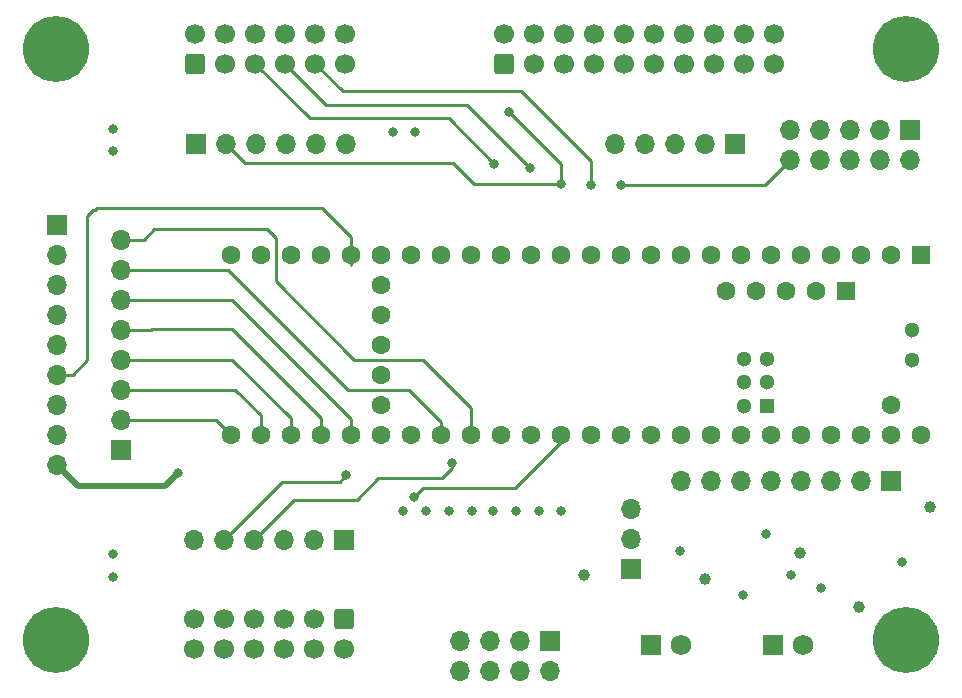
<source format=gbr>
%TF.GenerationSoftware,KiCad,Pcbnew,8.0.6-1.fc40*%
%TF.CreationDate,2024-12-19T20:54:17-05:00*%
%TF.ProjectId,Controller_T41,436f6e74-726f-46c6-9c65-725f5434312e,rev?*%
%TF.SameCoordinates,Original*%
%TF.FileFunction,Copper,L4,Bot*%
%TF.FilePolarity,Positive*%
%FSLAX46Y46*%
G04 Gerber Fmt 4.6, Leading zero omitted, Abs format (unit mm)*
G04 Created by KiCad (PCBNEW 8.0.6-1.fc40) date 2024-12-19 20:54:17*
%MOMM*%
%LPD*%
G01*
G04 APERTURE LIST*
G04 Aperture macros list*
%AMRoundRect*
0 Rectangle with rounded corners*
0 $1 Rounding radius*
0 $2 $3 $4 $5 $6 $7 $8 $9 X,Y pos of 4 corners*
0 Add a 4 corners polygon primitive as box body*
4,1,4,$2,$3,$4,$5,$6,$7,$8,$9,$2,$3,0*
0 Add four circle primitives for the rounded corners*
1,1,$1+$1,$2,$3*
1,1,$1+$1,$4,$5*
1,1,$1+$1,$6,$7*
1,1,$1+$1,$8,$9*
0 Add four rect primitives between the rounded corners*
20,1,$1+$1,$2,$3,$4,$5,0*
20,1,$1+$1,$4,$5,$6,$7,0*
20,1,$1+$1,$6,$7,$8,$9,0*
20,1,$1+$1,$8,$9,$2,$3,0*%
G04 Aperture macros list end*
%TA.AperFunction,ComponentPad*%
%ADD10RoundRect,0.250000X0.600000X-0.600000X0.600000X0.600000X-0.600000X0.600000X-0.600000X-0.600000X0*%
%TD*%
%TA.AperFunction,ComponentPad*%
%ADD11C,1.700000*%
%TD*%
%TA.AperFunction,ComponentPad*%
%ADD12R,1.755000X1.755000*%
%TD*%
%TA.AperFunction,ComponentPad*%
%ADD13C,1.755000*%
%TD*%
%TA.AperFunction,ComponentPad*%
%ADD14RoundRect,0.250000X-0.600000X0.600000X-0.600000X-0.600000X0.600000X-0.600000X0.600000X0.600000X0*%
%TD*%
%TA.AperFunction,ComponentPad*%
%ADD15R,1.700000X1.700000*%
%TD*%
%TA.AperFunction,ComponentPad*%
%ADD16O,1.700000X1.700000*%
%TD*%
%TA.AperFunction,ComponentPad*%
%ADD17C,3.600000*%
%TD*%
%TA.AperFunction,ConnectorPad*%
%ADD18C,5.600000*%
%TD*%
%TA.AperFunction,ComponentPad*%
%ADD19R,1.600000X1.600000*%
%TD*%
%TA.AperFunction,ComponentPad*%
%ADD20C,1.600000*%
%TD*%
%TA.AperFunction,ComponentPad*%
%ADD21R,1.300000X1.300000*%
%TD*%
%TA.AperFunction,ComponentPad*%
%ADD22C,1.300000*%
%TD*%
%TA.AperFunction,ViaPad*%
%ADD23C,1.000000*%
%TD*%
%TA.AperFunction,ViaPad*%
%ADD24C,0.800000*%
%TD*%
%TA.AperFunction,Conductor*%
%ADD25C,0.250000*%
%TD*%
%TA.AperFunction,Conductor*%
%ADD26C,0.500000*%
%TD*%
G04 APERTURE END LIST*
D10*
%TO.P,J4,1,Pin_1*%
%TO.N,+3.3V_SPI*%
X143890000Y-76250000D03*
D11*
%TO.P,J4,2,Pin_2*%
%TO.N,Earth*%
X143890000Y-73710000D03*
%TO.P,J4,3,Pin_3*%
%TO.N,SPI:SDI*%
X146430000Y-76250000D03*
%TO.P,J4,4,Pin_4*%
%TO.N,Earth*%
X146430000Y-73710000D03*
%TO.P,J4,5,Pin_5*%
%TO.N,SPI:CLK*%
X148970000Y-76250000D03*
%TO.P,J4,6,Pin_6*%
%TO.N,Earth*%
X148970000Y-73710000D03*
%TO.P,J4,7,Pin_7*%
%TO.N,SPI:SDO*%
X151510000Y-76250000D03*
%TO.P,J4,8,Pin_8*%
%TO.N,Earth*%
X151510000Y-73710000D03*
%TO.P,J4,9,Pin_9*%
%TO.N,SPI:CS_CNVST*%
X154050000Y-76250000D03*
%TO.P,J4,10,Pin_10*%
%TO.N,Earth*%
X154050000Y-73710000D03*
%TO.P,J4,11,Pin_11*%
%TO.N,+3.3V_SPI*%
X156590000Y-76250000D03*
%TO.P,J4,12,Pin_12*%
%TO.N,Earth*%
X156590000Y-73710000D03*
%TO.P,J4,13,Pin_13*%
%TO.N,CCD:SPR*%
X159130000Y-76250000D03*
%TO.P,J4,14,Pin_14*%
%TO.N,Earth*%
X159130000Y-73710000D03*
%TO.P,J4,15,Pin_15*%
%TO.N,CCD:SH*%
X161670000Y-76250000D03*
%TO.P,J4,16,Pin_16*%
%TO.N,Earth*%
X161670000Y-73710000D03*
%TO.P,J4,17,Pin_17*%
%TO.N,CCD:ICG*%
X164210000Y-76250000D03*
%TO.P,J4,18,Pin_18*%
%TO.N,Earth*%
X164210000Y-73710000D03*
%TO.P,J4,19,Pin_19*%
%TO.N,CCD:CLK*%
X166750000Y-76250000D03*
%TO.P,J4,20,Pin_20*%
%TO.N,Earth*%
X166750000Y-73710000D03*
%TD*%
D12*
%TO.P,J2,1,1*%
%TO.N,+3.3V*%
X156390000Y-125440000D03*
D13*
%TO.P,J2,2,2*%
%TO.N,Earth*%
X158930000Y-125440000D03*
%TD*%
D14*
%TO.P,J8,1,Pin_1*%
%TO.N,+3.3V_SPI*%
X130400000Y-123250000D03*
D11*
%TO.P,J8,2,Pin_2*%
%TO.N,Earth*%
X130400000Y-125790000D03*
%TO.P,J8,3,Pin_3*%
%TO.N,SPI1:SDI*%
X127860000Y-123250000D03*
%TO.P,J8,4,Pin_4*%
%TO.N,Earth*%
X127860000Y-125790000D03*
%TO.P,J8,5,Pin_5*%
%TO.N,SPI1:CLK*%
X125320000Y-123250000D03*
%TO.P,J8,6,Pin_6*%
%TO.N,Earth*%
X125320000Y-125790000D03*
%TO.P,J8,7,Pin_7*%
%TO.N,SPI1:SDO*%
X122780000Y-123250000D03*
%TO.P,J8,8,Pin_8*%
%TO.N,Earth*%
X122780000Y-125790000D03*
%TO.P,J8,9,Pin_9*%
%TO.N,SPI1\u005C:CS_CNVST*%
X120240000Y-123250000D03*
%TO.P,J8,10,Pin_10*%
%TO.N,Earth*%
X120240000Y-125790000D03*
%TO.P,J8,11,Pin_11*%
%TO.N,+3.3V_SPI*%
X117700000Y-123250000D03*
%TO.P,J8,12,Pin_12*%
%TO.N,Earth*%
X117700000Y-125790000D03*
%TD*%
D15*
%TO.P,J12,1,Pin_1*%
%TO.N,Earth*%
X111480000Y-108900000D03*
D16*
%TO.P,J12,2,Pin_2*%
%TO.N,Net-(J12-Pin_2)*%
X111480000Y-106360000D03*
%TO.P,J12,3,Pin_3*%
%TO.N,Net-(J12-Pin_3)*%
X111480000Y-103820000D03*
%TO.P,J12,4,Pin_4*%
%TO.N,Net-(J12-Pin_4)*%
X111480000Y-101280000D03*
%TO.P,J12,5,Pin_5*%
%TO.N,Net-(J12-Pin_5)*%
X111480000Y-98740000D03*
%TO.P,J12,6,Pin_6*%
%TO.N,Net-(J12-Pin_6)*%
X111480000Y-96200000D03*
%TO.P,J12,7,Pin_7*%
%TO.N,Net-(J12-Pin_7)*%
X111480000Y-93660000D03*
%TO.P,J12,8,Pin_8*%
%TO.N,Net-(J12-Pin_8)*%
X111480000Y-91120000D03*
%TD*%
D17*
%TO.P,H1,1,1*%
%TO.N,Earth*%
X178000000Y-125000000D03*
D18*
X178000000Y-125000000D03*
%TD*%
D19*
%TO.P,U2,1,GND*%
%TO.N,Earth*%
X179210000Y-92380000D03*
D20*
%TO.P,U2,2,0_RX1_CRX2_CS1*%
%TO.N,Net-(U2-0_RX1_CRX2_CS1)*%
X176670000Y-92380000D03*
%TO.P,U2,3,1_TX1_CTX2_MISO1*%
%TO.N,Net-(U2-1_TX1_CTX2_MISO1)*%
X174130000Y-92380000D03*
%TO.P,U2,4,2_OUT2*%
%TO.N,Net-(U2-2_OUT2)*%
X171590000Y-92380000D03*
%TO.P,U2,5,3_LRCLK2*%
%TO.N,Net-(U2-3_LRCLK2)*%
X169050000Y-92380000D03*
%TO.P,U2,6,4_BCLK2*%
%TO.N,Net-(U2-4_BCLK2)*%
X166510000Y-92380000D03*
%TO.P,U2,7,5_IN2*%
X163970000Y-92380000D03*
%TO.P,U2,8,6_OUT1D*%
%TO.N,Net-(U2-6_OUT1D)*%
X161430000Y-92380000D03*
%TO.P,U2,9,7_RX2_OUT1A*%
%TO.N,Net-(U2-7_RX2_OUT1A)*%
X158890000Y-92380000D03*
%TO.P,U2,10,8_TX2_IN1*%
%TO.N,Net-(U2-8_TX2_IN1)*%
X156350000Y-92380000D03*
%TO.P,U2,11,9_OUT1C*%
%TO.N,Net-(U2-9_OUT1C)*%
X153810000Y-92380000D03*
%TO.P,U2,12,10_CS_MQSR*%
%TO.N,Net-(U2-10_CS_MQSR)*%
X151270000Y-92380000D03*
%TO.P,U2,13,11_MOSI_CTX1*%
%TO.N,Net-(U2-11_MOSI_CTX1)*%
X148730000Y-92380000D03*
%TO.P,U2,14,12_MISO_MQSL*%
%TO.N,Net-(U2-12_MISO_MQSL)*%
X146190000Y-92380000D03*
%TO.P,U2,15,3V3*%
%TO.N,3.3V_T4*%
X143650000Y-92380000D03*
%TO.P,U2,16,24_A10_TX6_SCL2*%
%TO.N,Net-(J11-Pin_8)*%
X141110000Y-92380000D03*
%TO.P,U2,17,25_A11_RX6_SDA2*%
%TO.N,Net-(J11-Pin_7)*%
X138570000Y-92380000D03*
%TO.P,U2,18,26_A12_MOSI1*%
%TO.N,Net-(U2-26_A12_MOSI1)*%
X136030000Y-92380000D03*
%TO.P,U2,19,27_A13_SCK1*%
%TO.N,Net-(U2-27_A13_SCK1)*%
X133490000Y-92380000D03*
%TO.P,U2,20,28_RX7*%
%TO.N,Net-(J11-Pin_6)*%
X130950000Y-92380000D03*
%TO.P,U2,21,29_TX7*%
%TO.N,Net-(J11-Pin_5)*%
X128410000Y-92380000D03*
%TO.P,U2,22,30_CRX3*%
%TO.N,Net-(J11-Pin_4)*%
X125870000Y-92380000D03*
%TO.P,U2,23,31_CTX3*%
%TO.N,Net-(J11-Pin_3)*%
X123330000Y-92380000D03*
%TO.P,U2,24,32_OUT1B*%
%TO.N,Net-(J11-Pin_2)*%
X120790000Y-92380000D03*
%TO.P,U2,25,33_MCLK2*%
%TO.N,Net-(J12-Pin_2)*%
X120790000Y-107620000D03*
%TO.P,U2,26,34_RX8*%
%TO.N,Net-(J12-Pin_3)*%
X123330000Y-107620000D03*
%TO.P,U2,27,35_TX8*%
%TO.N,Net-(J12-Pin_4)*%
X125870000Y-107620000D03*
%TO.P,U2,28,36_CS*%
%TO.N,Net-(J12-Pin_5)*%
X128410000Y-107620000D03*
%TO.P,U2,29,37_CS*%
%TO.N,Net-(J12-Pin_6)*%
X130950000Y-107620000D03*
%TO.P,U2,30,38_CS1_IN1*%
%TO.N,Net-(U2-38_CS1_IN1)*%
X133490000Y-107620000D03*
%TO.P,U2,31,39_MISO1_OUT1A*%
%TO.N,Net-(U2-39_MISO1_OUT1A)*%
X136030000Y-107620000D03*
%TO.P,U2,32,40_A16*%
%TO.N,Net-(J12-Pin_7)*%
X138570000Y-107620000D03*
%TO.P,U2,33,41_A17*%
%TO.N,Net-(J12-Pin_8)*%
X141110000Y-107620000D03*
%TO.P,U2,34,GND*%
%TO.N,Earth*%
X143650000Y-107620000D03*
%TO.P,U2,35,13_SCK_LED*%
%TO.N,Net-(U2-13_SCK_LED)*%
X146190000Y-107620000D03*
%TO.P,U2,36,14_A0_TX3_SPDIF_OUT*%
%TO.N,Net-(U2-14_A0_TX3_SPDIF_OUT)*%
X148730000Y-107620000D03*
%TO.P,U2,37,15_A1_RX3_SPDIF_IN*%
%TO.N,Net-(U2-15_A1_RX3_SPDIF_IN)*%
X151270000Y-107620000D03*
%TO.P,U2,38,16_A2_RX4_SCL1*%
%TO.N,Net-(U2-16_A2_RX4_SCL1)*%
X153810000Y-107620000D03*
%TO.P,U2,39,17_A3_TX4_SDA1*%
%TO.N,Net-(U2-17_A3_TX4_SDA1)*%
X156350000Y-107620000D03*
%TO.P,U2,40,18_A4_SDA*%
%TO.N,Net-(J13-Pin_8)*%
X158890000Y-107620000D03*
%TO.P,U2,41,19_A5_SCL*%
%TO.N,Net-(J13-Pin_7)*%
X161430000Y-107620000D03*
%TO.P,U2,42,20_A6_TX5_LRCLK1*%
%TO.N,Net-(J13-Pin_6)*%
X163970000Y-107620000D03*
%TO.P,U2,43,21_A7_RX5_BCLK1*%
%TO.N,Net-(J13-Pin_5)*%
X166510000Y-107620000D03*
%TO.P,U2,44,22_A8_CTX1*%
%TO.N,Net-(J13-Pin_4)*%
X169050000Y-107620000D03*
%TO.P,U2,45,23_A9_CRX1_MCLK1*%
%TO.N,Net-(J13-Pin_3)*%
X171590000Y-107620000D03*
%TO.P,U2,46,3V3*%
%TO.N,3.3V_T4*%
X174130000Y-107620000D03*
%TO.P,U2,47,GND*%
%TO.N,Earth*%
X176670000Y-107620000D03*
%TO.P,U2,48,VIN*%
%TO.N,/5V_IN*%
X179210000Y-107620000D03*
%TO.P,U2,49,VUSB*%
%TO.N,unconnected-(U2-VUSB-Pad49)*%
X176670000Y-105080000D03*
%TO.P,U2,50,VBAT*%
%TO.N,unconnected-(U2-VBAT-Pad50)*%
X133490000Y-94920000D03*
%TO.P,U2,51,3V3*%
%TO.N,unconnected-(U2-3V3-Pad51)*%
X133490000Y-97460000D03*
%TO.P,U2,52,GND*%
%TO.N,unconnected-(U2-GND-Pad52)*%
X133490000Y-100000000D03*
%TO.P,U2,53,PROGRAM*%
%TO.N,unconnected-(U2-PROGRAM-Pad53)*%
X133490000Y-102540000D03*
%TO.P,U2,54,ON_OFF*%
%TO.N,unconnected-(U2-ON_OFF-Pad54)*%
X133490000Y-105080000D03*
D19*
%TO.P,U2,55,5V*%
%TO.N,unconnected-(U2-5V-Pad55)*%
X172910800Y-95430800D03*
D20*
%TO.P,U2,56,D-*%
%TO.N,unconnected-(U2-D--Pad56)*%
X170370800Y-95430800D03*
%TO.P,U2,57,D+*%
%TO.N,unconnected-(U2-D+-Pad57)*%
X167830800Y-95430800D03*
%TO.P,U2,58,GND*%
%TO.N,unconnected-(U2-GND-Pad58)*%
X165290800Y-95430800D03*
%TO.P,U2,59,GND*%
%TO.N,unconnected-(U2-GND-Pad59)*%
X162750800Y-95430800D03*
D21*
%TO.P,U2,60,R+*%
%TO.N,unconnected-(U2-R+-Pad60)*%
X166240000Y-105181600D03*
D22*
%TO.P,U2,61,LED*%
%TO.N,unconnected-(U2-LED-Pad61)*%
X166240000Y-103181600D03*
%TO.P,U2,62,T-*%
%TO.N,unconnected-(U2-T--Pad62)*%
X166240000Y-101181600D03*
%TO.P,U2,63,T+*%
%TO.N,unconnected-(U2-T+-Pad63)*%
X164240000Y-101181600D03*
%TO.P,U2,64,GND*%
%TO.N,unconnected-(U2-GND-Pad64)*%
X164240000Y-103181600D03*
%TO.P,U2,65,R-*%
%TO.N,unconnected-(U2-R--Pad65)*%
X164240000Y-105181600D03*
%TO.P,U2,66,D-*%
%TO.N,unconnected-(U2-D--Pad66)*%
X178480000Y-101270000D03*
%TO.P,U2,67,D+*%
%TO.N,unconnected-(U2-D+-Pad67)*%
X178480000Y-98730000D03*
%TD*%
D17*
%TO.P,H4,1,1*%
%TO.N,Earth*%
X106000000Y-75000000D03*
D18*
X106000000Y-75000000D03*
%TD*%
D15*
%TO.P,J13,1,Pin_1*%
%TO.N,Earth*%
X176670000Y-111550000D03*
D16*
%TO.P,J13,2,Pin_2*%
%TO.N,3.3V_T4*%
X174130000Y-111550000D03*
%TO.P,J13,3,Pin_3*%
%TO.N,Net-(J13-Pin_3)*%
X171590000Y-111550000D03*
%TO.P,J13,4,Pin_4*%
%TO.N,Net-(J13-Pin_4)*%
X169050000Y-111550000D03*
%TO.P,J13,5,Pin_5*%
%TO.N,Net-(J13-Pin_5)*%
X166510000Y-111550000D03*
%TO.P,J13,6,Pin_6*%
%TO.N,Net-(J13-Pin_6)*%
X163970000Y-111550000D03*
%TO.P,J13,7,Pin_7*%
%TO.N,Net-(J13-Pin_7)*%
X161430000Y-111550000D03*
%TO.P,J13,8,Pin_8*%
%TO.N,Net-(J13-Pin_8)*%
X158890000Y-111550000D03*
%TD*%
D15*
%TO.P,J10,1,Pin_1*%
%TO.N,Net-(J10-Pin_1)*%
X147800000Y-125125000D03*
D16*
%TO.P,J10,2,Pin_2*%
%TO.N,Earth*%
X147800000Y-127665000D03*
%TO.P,J10,3,Pin_3*%
%TO.N,Net-(J10-Pin_3)*%
X145260000Y-125125000D03*
%TO.P,J10,4,Pin_4*%
%TO.N,Earth*%
X145260000Y-127665000D03*
%TO.P,J10,5,Pin_5*%
%TO.N,Net-(J10-Pin_5)*%
X142720000Y-125125000D03*
%TO.P,J10,6,Pin_6*%
%TO.N,Earth*%
X142720000Y-127665000D03*
%TO.P,J10,7,Pin_7*%
%TO.N,Net-(J10-Pin_7)*%
X140180000Y-125125000D03*
%TO.P,J10,8,Pin_8*%
%TO.N,Earth*%
X140180000Y-127665000D03*
%TD*%
D12*
%TO.P,J1,1,1*%
%TO.N,+5V*%
X166690000Y-125440000D03*
D13*
%TO.P,J1,2,2*%
%TO.N,Earth*%
X169230000Y-125440000D03*
%TD*%
D15*
%TO.P,J11,1,Pin_1*%
%TO.N,Earth*%
X106080000Y-89840000D03*
D16*
%TO.P,J11,2,Pin_2*%
%TO.N,Net-(J11-Pin_2)*%
X106080000Y-92380000D03*
%TO.P,J11,3,Pin_3*%
%TO.N,Net-(J11-Pin_3)*%
X106080000Y-94920000D03*
%TO.P,J11,4,Pin_4*%
%TO.N,Net-(J11-Pin_4)*%
X106080000Y-97460000D03*
%TO.P,J11,5,Pin_5*%
%TO.N,Net-(J11-Pin_5)*%
X106080000Y-100000000D03*
%TO.P,J11,6,Pin_6*%
%TO.N,Net-(J11-Pin_6)*%
X106080000Y-102540000D03*
%TO.P,J11,7,Pin_7*%
%TO.N,Net-(J11-Pin_7)*%
X106080000Y-105080000D03*
%TO.P,J11,8,Pin_8*%
%TO.N,Net-(J11-Pin_8)*%
X106080000Y-107620000D03*
%TO.P,J11,9,Pin_9*%
%TO.N,3.3V_T4*%
X106080000Y-110160000D03*
%TD*%
D15*
%TO.P,J7,1,Pin_1*%
%TO.N,Earth*%
X117830000Y-83000000D03*
D16*
%TO.P,J7,2,Pin_2*%
%TO.N,SPI:SDI*%
X120370000Y-83000000D03*
%TO.P,J7,3,Pin_3*%
%TO.N,SPI:CLK*%
X122910000Y-83000000D03*
%TO.P,J7,4,Pin_4*%
%TO.N,SPI:SDO*%
X125450000Y-83000000D03*
%TO.P,J7,5,Pin_5*%
%TO.N,SPI:CS_CNVST*%
X127990000Y-83000000D03*
%TO.P,J7,6,Pin_6*%
%TO.N,Earth*%
X130530000Y-83000000D03*
%TD*%
D17*
%TO.P,H3,1,1*%
%TO.N,Earth*%
X106000000Y-125000000D03*
D18*
X106000000Y-125000000D03*
%TD*%
D15*
%TO.P,J5,1,Pin_1*%
%TO.N,Earth*%
X163455000Y-83000000D03*
D16*
%TO.P,J5,2,Pin_2*%
%TO.N,CCD:CLK*%
X160915000Y-83000000D03*
%TO.P,J5,3,Pin_3*%
%TO.N,CCD:ICG*%
X158375000Y-83000000D03*
%TO.P,J5,4,Pin_4*%
%TO.N,CCD:SH*%
X155835000Y-83000000D03*
%TO.P,J5,5,Pin_5*%
%TO.N,CCD:SPR*%
X153295000Y-83000000D03*
%TD*%
D15*
%TO.P,J9,1,Pin_1*%
%TO.N,Earth*%
X130420000Y-116510000D03*
D16*
%TO.P,J9,2,Pin_2*%
%TO.N,SPI1:SDI*%
X127880000Y-116510000D03*
%TO.P,J9,3,Pin_3*%
%TO.N,SPI1:CLK*%
X125340000Y-116510000D03*
%TO.P,J9,4,Pin_4*%
%TO.N,SPI1:SDO*%
X122800000Y-116510000D03*
%TO.P,J9,5,Pin_5*%
%TO.N,SPI1\u005C:CS_CNVST*%
X120260000Y-116510000D03*
%TO.P,J9,6,Pin_6*%
%TO.N,Earth*%
X117720000Y-116510000D03*
%TD*%
D15*
%TO.P,JP1,1,A*%
%TO.N,+3.3V*%
X154710000Y-119015000D03*
D16*
%TO.P,JP1,2,C*%
%TO.N,+3.3V_SPI*%
X154710000Y-116475000D03*
%TO.P,JP1,3,B*%
%TO.N,3.3V_T4*%
X154710000Y-113935000D03*
%TD*%
D17*
%TO.P,H2,1,1*%
%TO.N,Earth*%
X178000000Y-75000000D03*
D18*
X178000000Y-75000000D03*
%TD*%
D10*
%TO.P,J6,1,Pin_1*%
%TO.N,+3.3V_SPI*%
X117810000Y-76250000D03*
D11*
%TO.P,J6,2,Pin_2*%
%TO.N,Earth*%
X117810000Y-73710000D03*
%TO.P,J6,3,Pin_3*%
%TO.N,SPI:SDI*%
X120350000Y-76250000D03*
%TO.P,J6,4,Pin_4*%
%TO.N,Earth*%
X120350000Y-73710000D03*
%TO.P,J6,5,Pin_5*%
%TO.N,SPI:CLK*%
X122890000Y-76250000D03*
%TO.P,J6,6,Pin_6*%
%TO.N,Earth*%
X122890000Y-73710000D03*
%TO.P,J6,7,Pin_7*%
%TO.N,SPI:SDO*%
X125430000Y-76250000D03*
%TO.P,J6,8,Pin_8*%
%TO.N,Earth*%
X125430000Y-73710000D03*
%TO.P,J6,9,Pin_9*%
%TO.N,SPI:CS_CNVST*%
X127970000Y-76250000D03*
%TO.P,J6,10,Pin_10*%
%TO.N,Earth*%
X127970000Y-73710000D03*
%TO.P,J6,11,Pin_11*%
%TO.N,+3.3V_SPI*%
X130510000Y-76250000D03*
%TO.P,J6,12,Pin_12*%
%TO.N,Earth*%
X130510000Y-73710000D03*
%TD*%
D15*
%TO.P,J3,1,Pin_1*%
%TO.N,Earth*%
X178280000Y-81860000D03*
D16*
%TO.P,J3,2,Pin_2*%
%TO.N,Net-(J3-Pin_2)*%
X178280000Y-84400000D03*
%TO.P,J3,3,Pin_3*%
%TO.N,Earth*%
X175740000Y-81860000D03*
%TO.P,J3,4,Pin_4*%
%TO.N,Net-(J3-Pin_4)*%
X175740000Y-84400000D03*
%TO.P,J3,5,Pin_5*%
%TO.N,Earth*%
X173200000Y-81860000D03*
%TO.P,J3,6,Pin_6*%
%TO.N,Net-(J3-Pin_6)*%
X173200000Y-84400000D03*
%TO.P,J3,7,Pin_7*%
%TO.N,Earth*%
X170660000Y-81860000D03*
%TO.P,J3,8,Pin_8*%
%TO.N,Net-(J3-Pin_8)*%
X170660000Y-84400000D03*
%TO.P,J3,9,Pin_9*%
%TO.N,Earth*%
X168120000Y-81860000D03*
%TO.P,J3,10,Pin_10*%
%TO.N,Net-(J3-Pin_10)*%
X168120000Y-84400000D03*
%TD*%
D23*
%TO.N,+3.3V*%
X160960000Y-119850000D03*
D24*
%TO.N,Earth*%
X137300000Y-114127500D03*
X166090000Y-116010000D03*
X148770000Y-114127500D03*
X110790000Y-83610000D03*
X141190000Y-114127500D03*
X170780000Y-120615000D03*
X144910000Y-114127500D03*
X136420000Y-81970000D03*
X168250000Y-119540000D03*
X110790000Y-119670000D03*
X164200000Y-121240000D03*
X177610000Y-118400000D03*
X158830000Y-117480000D03*
D23*
%TO.N,/5V_IN*%
X180000000Y-113750000D03*
%TO.N,+5V*%
X169000000Y-117640000D03*
X174010000Y-122200000D03*
D24*
%TO.N,Net-(U2-14_A0_TX3_SPDIF_OUT)*%
X136342500Y-112870000D03*
%TO.N,SPI:SDI*%
X148730000Y-86380000D03*
X144390000Y-80340000D03*
%TO.N,SPI:SDO*%
X146150000Y-85070000D03*
%TO.N,+3.3V_SPI*%
X110790000Y-81710000D03*
D23*
X150670000Y-119520000D03*
D24*
X110790000Y-117770000D03*
X134520000Y-81970000D03*
%TO.N,SPI:CLK*%
X143115000Y-84715000D03*
%TO.N,SPI:CS_CNVST*%
X151270000Y-86460000D03*
%TO.N,SPI1:SDO*%
X139550000Y-110030000D03*
%TO.N,SPI1\u005C:CS_CNVST*%
X130550000Y-111060000D03*
%TO.N,Net-(J3-Pin_10)*%
X153850000Y-86500000D03*
%TO.N,3.3V_T4*%
X146870000Y-114127500D03*
X116370000Y-110860000D03*
X139290000Y-114127500D03*
X135392500Y-114127500D03*
X143012500Y-114127500D03*
%TD*%
D25*
%TO.N,Net-(U2-14_A0_TX3_SPDIF_OUT)*%
X148730000Y-108270000D02*
X148730000Y-107620000D01*
X136342500Y-112870000D02*
X137082500Y-112130000D01*
X144870000Y-112130000D02*
X148730000Y-108270000D01*
X137082500Y-112130000D02*
X144870000Y-112130000D01*
%TO.N,SPI:SDI*%
X122030000Y-84660000D02*
X137530000Y-84660000D01*
X120370000Y-83000000D02*
X122030000Y-84660000D01*
X148730000Y-84680000D02*
X148730000Y-86380000D01*
X148660000Y-86400000D02*
X148690000Y-86430000D01*
X139630000Y-84660000D02*
X141370000Y-86400000D01*
X144390000Y-80340000D02*
X148730000Y-84680000D01*
X141370000Y-86400000D02*
X148660000Y-86400000D01*
X137530000Y-84660000D02*
X139630000Y-84660000D01*
%TO.N,SPI:SDO*%
X128890000Y-79710000D02*
X125430000Y-76250000D01*
X140790000Y-79710000D02*
X128890000Y-79710000D01*
X146150000Y-85070000D02*
X140790000Y-79710000D01*
%TO.N,SPI:CLK*%
X127470000Y-80830000D02*
X122890000Y-76250000D01*
X143115000Y-84715000D02*
X143115000Y-84685000D01*
X143115000Y-84685000D02*
X139260000Y-80830000D01*
X139260000Y-80830000D02*
X127470000Y-80830000D01*
%TO.N,SPI:CS_CNVST*%
X130270000Y-78550000D02*
X145350000Y-78550000D01*
X145350000Y-78550000D02*
X151270000Y-84470000D01*
X151270000Y-84470000D02*
X151270000Y-86460000D01*
X127970000Y-76250000D02*
X130270000Y-78550000D01*
%TO.N,SPI1:SDO*%
X133300000Y-111300000D02*
X131480000Y-113120000D01*
X139550000Y-110420000D02*
X138670000Y-111300000D01*
X139550000Y-110030000D02*
X139550000Y-110420000D01*
X131480000Y-113120000D02*
X126190000Y-113120000D01*
X126190000Y-113120000D02*
X122800000Y-116510000D01*
X138670000Y-111300000D02*
X133300000Y-111300000D01*
%TO.N,SPI1\u005C:CS_CNVST*%
X130550000Y-111060000D02*
X130010000Y-111600000D01*
X130010000Y-111600000D02*
X125170000Y-111600000D01*
X125170000Y-111600000D02*
X120260000Y-116510000D01*
%TO.N,Net-(J3-Pin_10)*%
X166020000Y-86500000D02*
X168120000Y-84400000D01*
X153850000Y-86500000D02*
X166020000Y-86500000D01*
%TO.N,Net-(J11-Pin_7)*%
X105940000Y-105080000D02*
X105580000Y-105080000D01*
%TO.N,Net-(J11-Pin_6)*%
X130950000Y-90860000D02*
X130950000Y-92380000D01*
X109150000Y-88600000D02*
X109300000Y-88600000D01*
X106080000Y-102540000D02*
X107400000Y-102540000D01*
X109490000Y-88410000D02*
X128500000Y-88410000D01*
X108620000Y-101320000D02*
X108620000Y-89130000D01*
X109300000Y-88600000D02*
X109490000Y-88410000D01*
X128500000Y-88410000D02*
X130950000Y-90860000D01*
X107400000Y-102540000D02*
X108620000Y-101320000D01*
X108620000Y-89130000D02*
X109150000Y-88600000D01*
X130950000Y-93270000D02*
X130950000Y-92380000D01*
%TO.N,Net-(J12-Pin_7)*%
X120590000Y-93660000D02*
X130750000Y-103820000D01*
X138570000Y-106530000D02*
X138570000Y-107620000D01*
X130750000Y-103820000D02*
X135860000Y-103820000D01*
X135860000Y-103820000D02*
X138570000Y-106530000D01*
X111480000Y-93660000D02*
X120590000Y-93660000D01*
%TO.N,Net-(J12-Pin_4)*%
X111480000Y-101280000D02*
X120940000Y-101280000D01*
X120940000Y-101280000D02*
X125870000Y-106210000D01*
X125870000Y-106210000D02*
X125870000Y-107620000D01*
%TO.N,Net-(J12-Pin_2)*%
X111480000Y-106360000D02*
X119530000Y-106360000D01*
X119530000Y-106360000D02*
X120790000Y-107620000D01*
%TO.N,Net-(J12-Pin_6)*%
X111480000Y-96200000D02*
X120880000Y-96200000D01*
X130950000Y-106270000D02*
X130950000Y-107620000D01*
X120880000Y-96200000D02*
X130950000Y-106270000D01*
%TO.N,Net-(J12-Pin_3)*%
X111480000Y-103820000D02*
X121170000Y-103820000D01*
X121170000Y-103820000D02*
X123330000Y-105980000D01*
X123330000Y-105980000D02*
X123330000Y-107620000D01*
%TO.N,Net-(J12-Pin_5)*%
X111480000Y-98740000D02*
X114080000Y-98740000D01*
X114080000Y-98740000D02*
X114160000Y-98660000D01*
X128440000Y-107590000D02*
X128410000Y-107620000D01*
X114160000Y-98660000D02*
X120870000Y-98660000D01*
X128440000Y-106230000D02*
X128440000Y-107590000D01*
X120870000Y-98660000D02*
X128440000Y-106230000D01*
%TO.N,Net-(J12-Pin_8)*%
X137060000Y-101280000D02*
X141110000Y-105330000D01*
X113430000Y-91120000D02*
X114310000Y-90240000D01*
X111480000Y-91120000D02*
X113430000Y-91120000D01*
X124600000Y-90960000D02*
X124600000Y-94640000D01*
X141110000Y-105330000D02*
X141110000Y-107620000D01*
X131240000Y-101280000D02*
X137060000Y-101280000D01*
X124600000Y-94640000D02*
X131240000Y-101280000D01*
X123880000Y-90240000D02*
X124600000Y-90960000D01*
X114310000Y-90240000D02*
X123880000Y-90240000D01*
D26*
%TO.N,3.3V_T4*%
X106080000Y-110160000D02*
X107900000Y-111980000D01*
X107900000Y-111980000D02*
X115250000Y-111980000D01*
X115250000Y-111980000D02*
X116370000Y-110860000D01*
%TD*%
M02*

</source>
